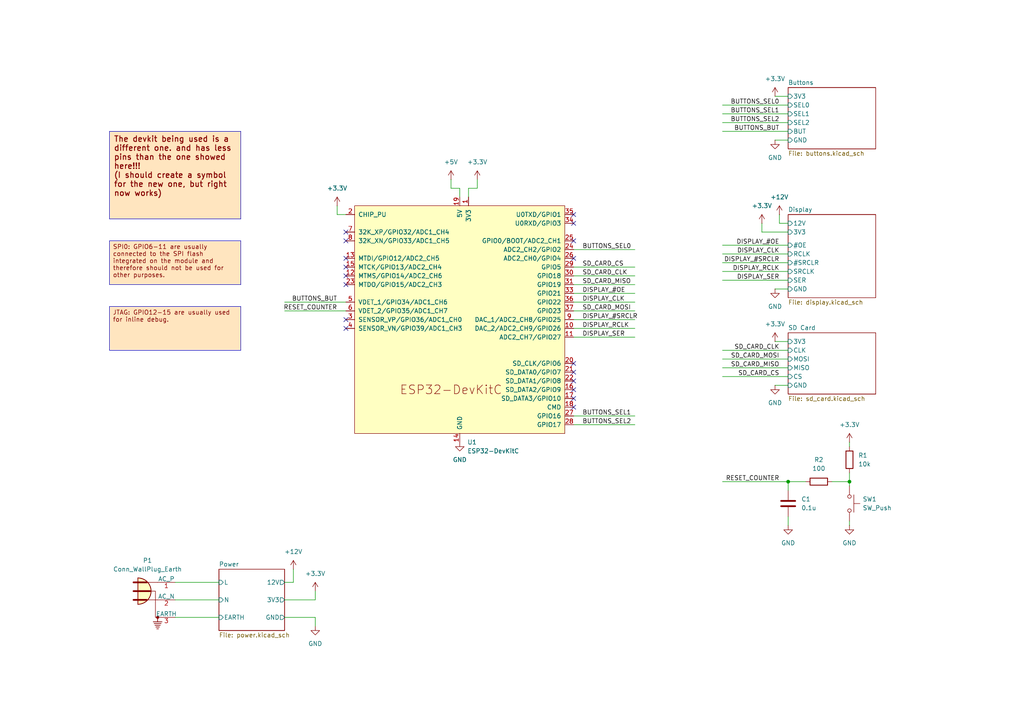
<source format=kicad_sch>
(kicad_sch (version 20231120) (generator "eeschema") (generator_version "8.0")
  (paper "A4")
  (title_block (title "Root") (date "2024-09-24") (rev "1.4") (company "Associació Cultural TGK") (comment 1 "Author: lluc"))
  (lib_symbols
    (symbol "Connector:Conn_WallPlug_Earth" (pin_names (offset 0))
      (property "Reference" "P" (at 0 3.81 0))
      (property "Value" "Conn_WallPlug_Earth" (at -5.08 0 90))
      (symbol "Conn_WallPlug_Earth_0_1"
        (arc (start -3.175 -3.81) (mid 0.6184 0) (end -3.175 3.81) (stroke (width 0.254)) (fill (type background)))
        (polyline (pts (xy -4.445 -2.54) (xy -0.635 -2.54)) (stroke (width 0.508)))
        (polyline (pts (xy -4.445 0) (xy 0.508 0)) (stroke (width 0.508)))
        (polyline (pts (xy -4.445 2.54) (xy -0.635 2.54)) (stroke (width 0.508)))
        (polyline (pts (xy -3.175 -3.81) (xy -3.175 3.81)) (stroke (width 0.254)))
        (polyline (pts (xy -0.635 -2.54) (xy 2.54 -2.54)))
        (polyline (pts (xy -0.635 2.54) (xy 2.54 2.54)))
        (polyline (pts (xy 1.524 -9.398) (xy 3.556 -9.398)) (stroke (width 0.2032)))
        (polyline (pts (xy 1.778 -9.906) (xy 3.302 -9.906)) (stroke (width 0.2032)))
        (polyline (pts (xy 2.032 -10.414) (xy 3.048 -10.414)) (stroke (width 0.2032)))
        (polyline (pts (xy 2.286 -10.922) (xy 2.794 -10.922)) (stroke (width 0.2032)))
        (polyline (pts (xy 2.54 -7.62) (xy 2.54 -8.89)) (stroke (width 0.2032)))
        (polyline (pts (xy 3.81 -8.89) (xy 1.27 -8.89)) (stroke (width 0.2032)))
        (polyline (pts (xy 2.54 -7.62) (xy 1.905 -7.62) (xy 1.905 0) (xy -4.445 0)))
        (circle (center 2.54 -7.62) (radius 0.3556) (fill (type outline)))
      )
      (symbol "Conn_WallPlug_Earth_1_1"
        (pin power_out line (at 7.62 2.54 180) (length 5.08) (name "AC_P") (number "1"))
        (pin power_out line (at 7.62 -2.54 180) (length 5.08) (name "AC_N") (number "2"))
        (pin passive line (at 7.62 -7.62 180) (length 5.08) (name "EARTH") (number "3"))
      )
    )
    (symbol "Device:C" (pin_numbers hide) (pin_names (offset 0.254))
      (property "Reference" "C" (at 0.635 2.54 0))
      (property "Value" "C" (at 0.635 -2.54 0))
      (symbol "C_0_1"
        (polyline (pts (xy -2.032 -0.762) (xy 2.032 -0.762)) (stroke (width 0.508)))
        (polyline (pts (xy -2.032 0.762) (xy 2.032 0.762)) (stroke (width 0.508)))
      )
      (symbol "C_1_1"
        (pin passive line (at 0 3.81 270) (length 2.794) (name "~") (number "1"))
        (pin passive line (at 0 -3.81 90) (length 2.794) (name "~") (number "2"))
      )
    )
    (symbol "Device:R" (pin_numbers hide) (pin_names (offset 0))
      (property "Reference" "R" (at 2.032 0 90))
      (property "Value" "R" (at 0 0 90))
      (symbol "R_0_1"
        (rectangle (start -1.016 -2.54) (end 1.016 2.54) (stroke (width 0.254)))
      )
      (symbol "R_1_1"
        (pin passive line (at 0 3.81 270) (length 1.27) (name "~") (number "1"))
        (pin passive line (at 0 -3.81 90) (length 1.27) (name "~") (number "2"))
      )
    )
    (symbol "PCM_Espressif:ESP32-DevKitC" (pin_names (offset 1.016))
      (property "Reference" "U" (at -30.48 38.1 0))
      (property "Value" "ESP32-DevKitC" (at -30.48 35.56 0))
      (symbol "ESP32-DevKitC_0_0"
        (text "ESP32-DevKitC" (at -2.54 -20.32 0) (effects (font (size 2.54 2.54))))
        (pin power_in line (at 0 -35.56 90) (length 2.54) (name "GND") (number "14"))
        (pin power_in line (at 0 35.56 270) (length 2.54) (name "5V") (number "19"))
      )
      (symbol "ESP32-DevKitC_0_1"
        (rectangle (start -30.48 33.02) (end 30.48 -33.02) (fill (type background)))
      )
      (symbol "ESP32-DevKitC_1_1"
        (pin power_in line (at 2.54 35.56 270) (length 2.54) (name "3V3") (number "1"))
        (pin bidirectional line (at 33.02 -2.54 180) (length 2.54) (name "DAC_2/ADC2_CH9/GPIO26") (number "10"))
        (pin bidirectional line (at 33.02 -5.08 180) (length 2.54) (name "ADC2_CH7/GPIO27") (number "11"))
        (pin bidirectional line (at -33.02 12.7 0) (length 2.54) (name "MTMS/GPIO14/ADC2_CH6") (number "12"))
        (pin bidirectional line (at -33.02 17.78 0) (length 2.54) (name "MTDI/GPIO12/ADC2_CH5") (number "13"))
        (pin bidirectional line (at -33.02 15.24 0) (length 2.54) (name "MTCK/GPIO13/ADC2_CH4") (number "15"))
        (pin bidirectional line (at 33.02 -20.32 180) (length 2.54) (name "SD_DATA2/GPIO9") (number "16"))
        (pin bidirectional line (at 33.02 -22.86 180) (length 2.54) (name "SD_DATA3/GPIO10") (number "17"))
        (pin bidirectional line (at 33.02 -25.4 180) (length 2.54) (name "CMD") (number "18"))
        (pin input line (at -33.02 30.48 0) (length 2.54) (name "CHIP_PU") (number "2"))
        (pin bidirectional line (at 33.02 -12.7 180) (length 2.54) (name "SD_CLK/GPIO6") (number "20"))
        (pin bidirectional line (at 33.02 -15.24 180) (length 2.54) (name "SD_DATA0/GPIO7") (number "21"))
        (pin bidirectional line (at 33.02 -17.78 180) (length 2.54) (name "SD_DATA1/GPIO8") (number "22"))
        (pin bidirectional line (at -33.02 10.16 0) (length 2.54) (name "MTDO/GPIO15/ADC2_CH3") (number "23"))
        (pin bidirectional line (at 33.02 20.32 180) (length 2.54) (name "ADC2_CH2/GPIO2") (number "24"))
        (pin bidirectional line (at 33.02 22.86 180) (length 2.54) (name "GPIO0/BOOT/ADC2_CH1") (number "25"))
        (pin bidirectional line (at 33.02 17.78 180) (length 2.54) (name "ADC2_CH0/GPIO4") (number "26"))
        (pin bidirectional line (at 33.02 -27.94 180) (length 2.54) (name "GPIO16") (number "27"))
        (pin bidirectional line (at 33.02 -30.48 180) (length 2.54) (name "GPIO17") (number "28"))
        (pin bidirectional line (at 33.02 15.24 180) (length 2.54) (name "GPIO5") (number "29"))
        (pin input line (at -33.02 0 0) (length 2.54) (name "SENSOR_VP/GPIO36/ADC1_CH0") (number "3"))
        (pin bidirectional line (at 33.02 12.7 180) (length 2.54) (name "GPIO18") (number "30"))
        (pin bidirectional line (at 33.02 10.16 180) (length 2.54) (name "GPIO19") (number "31"))
        (pin passive line (at 0 -35.56 90) (length 2.54) hide (name "GND") (number "32"))
        (pin bidirectional line (at 33.02 7.62 180) (length 2.54) (name "GPIO21") (number "33"))
        (pin bidirectional line (at 33.02 27.94 180) (length 2.54) (name "U0RXD/GPIO3") (number "34"))
        (pin bidirectional line (at 33.02 30.48 180) (length 2.54) (name "U0TXD/GPIO1") (number "35"))
        (pin bidirectional line (at 33.02 5.08 180) (length 2.54) (name "GPIO22") (number "36"))
        (pin bidirectional line (at 33.02 2.54 180) (length 2.54) (name "GPIO23") (number "37"))
        (pin passive line (at 0 -35.56 90) (length 2.54) hide (name "GND") (number "38"))
        (pin input line (at -33.02 -2.54 0) (length 2.54) (name "SENSOR_VN/GPIO39/ADC1_CH3") (number "4"))
        (pin input line (at -33.02 5.08 0) (length 2.54) (name "VDET_1/GPIO34/ADC1_CH6") (number "5"))
        (pin input line (at -33.02 2.54 0) (length 2.54) (name "VDET_2/GPIO35/ADC1_CH7") (number "6"))
        (pin bidirectional line (at -33.02 25.4 0) (length 2.54) (name "32K_XP/GPIO32/ADC1_CH4") (number "7"))
        (pin bidirectional line (at -33.02 22.86 0) (length 2.54) (name "32K_XN/GPIO33/ADC1_CH5") (number "8"))
        (pin bidirectional line (at 33.02 0 180) (length 2.54) (name "DAC_1/ADC2_CH8/GPIO25") (number "9"))
      )
    )
    (symbol "Switch:SW_Push" (pin_numbers hide) (pin_names (offset 1.016) hide)
      (property "Reference" "SW" (at 1.27 2.54 0))
      (property "Value" "SW_Push" (at 0 -1.524 0))
      (symbol "SW_Push_0_1"
        (circle (center -2.032 0) (radius 0.508))
        (polyline (pts (xy 0 1.27) (xy 0 3.048)))
        (polyline (pts (xy 2.54 1.27) (xy -2.54 1.27)))
        (circle (center 2.032 0) (radius 0.508))
        (pin passive line (at -5.08 0 0) (length 2.54) (name "1") (number "1"))
        (pin passive line (at 5.08 0 180) (length 2.54) (name "2") (number "2"))
      )
    )
    (symbol "power:+12V" (power) (pin_numbers hide) (pin_names (offset 0) hide)
      (property "Value" "+12V" (at 0 3.556 0))
      (symbol "+12V_0_1"
        (polyline (pts (xy -0.762 1.27) (xy 0 2.54)))
        (polyline (pts (xy 0 0) (xy 0 2.54)))
        (polyline (pts (xy 0 2.54) (xy 0.762 1.27)))
      )
      (symbol "+12V_1_1"
        (pin power_in line (at 0 0 90) (length 0) (name "~") (number "1"))
      )
    )
    (symbol "power:+3.3V" (power) (pin_numbers hide) (pin_names (offset 0) hide)
      (property "Value" "+3.3V" (at 0 3.556 0))
      (symbol "+3.3V_0_1"
        (polyline (pts (xy -0.762 1.27) (xy 0 2.54)))
        (polyline (pts (xy 0 0) (xy 0 2.54)))
        (polyline (pts (xy 0 2.54) (xy 0.762 1.27)))
      )
      (symbol "+3.3V_1_1"
        (pin power_in line (at 0 0 90) (length 0) (name "~") (number "1"))
      )
    )
    (symbol "power:+5V" (power) (pin_numbers hide) (pin_names (offset 0) hide)
      (property "Value" "+5V" (at 0 3.556 0))
      (symbol "+5V_0_1"
        (polyline (pts (xy -0.762 1.27) (xy 0 2.54)))
        (polyline (pts (xy 0 0) (xy 0 2.54)))
        (polyline (pts (xy 0 2.54) (xy 0.762 1.27)))
      )
      (symbol "+5V_1_1"
        (pin power_in line (at 0 0 90) (length 0) (name "~") (number "1"))
      )
    )
    (symbol "power:GND" (power) (pin_numbers hide) (pin_names (offset 0) hide)
      (property "Value" "GND" (at 0 -3.81 0))
      (symbol "GND_0_1"
        (polyline (pts (xy 0 0) (xy 0 -1.27) (xy 1.27 -1.27) (xy 0 -2.54) (xy -1.27 -1.27) (xy 0 -1.27)))
      )
      (symbol "GND_1_1"
        (pin power_in line (at 0 0 270) (length 0) (name "~") (number "1"))
      )
    )
  )
  (junction (at 246.38 139.7))
  (junction (at 228.6 139.7))
  (no_connect (at 100.33 92.71))
  (no_connect (at 100.33 82.55))
  (no_connect (at 100.33 77.47))
  (no_connect (at 100.33 67.31))
  (no_connect (at 166.37 118.11))
  (no_connect (at 100.33 95.25))
  (no_connect (at 166.37 110.49))
  (no_connect (at 100.33 80.01))
  (no_connect (at 166.37 69.85))
  (no_connect (at 166.37 113.03))
  (no_connect (at 166.37 115.57))
  (no_connect (at 100.33 69.85))
  (no_connect (at 166.37 105.41))
  (no_connect (at 100.33 74.93))
  (no_connect (at 166.37 107.95))
  (no_connect (at 166.37 64.77))
  (no_connect (at 166.37 74.93))
  (no_connect (at 166.37 62.23))
  (wire (pts (xy 209.55 30.48) (xy 228.6 30.48)))
  (wire (pts (xy 220.98 64.77) (xy 220.98 67.31)))
  (wire (pts (xy 226.06 64.77) (xy 228.6 64.77)))
  (wire (pts (xy 209.55 78.74) (xy 228.6 78.74)))
  (wire (pts (xy 209.55 35.56) (xy 228.6 35.56)))
  (wire (pts (xy 166.37 72.39) (xy 184.15 72.39)))
  (wire (pts (xy 166.37 120.65) (xy 184.15 120.65)))
  (wire (pts (xy 220.98 67.31) (xy 228.6 67.31)))
  (wire (pts (xy 133.35 54.61) (xy 130.81 54.61)))
  (wire (pts (xy 91.44 171.45) (xy 91.44 173.99)))
  (wire (pts (xy 228.6 27.94) (xy 224.79 27.94)))
  (wire (pts (xy 97.79 59.69) (xy 97.79 62.23)))
  (wire (pts (xy 166.37 97.79) (xy 184.15 97.79)))
  (wire (pts (xy 209.55 101.6) (xy 228.6 101.6)))
  (wire (pts (xy 166.37 87.63) (xy 184.15 87.63)))
  (wire (pts (xy 138.43 52.07) (xy 138.43 54.61)))
  (wire (pts (xy 82.55 168.91) (xy 85.09 168.91)))
  (wire (pts (xy 228.6 149.86) (xy 228.6 152.4)))
  (wire (pts (xy 228.6 99.06) (xy 224.79 99.06)))
  (wire (pts (xy 82.55 90.17) (xy 100.33 90.17)))
  (wire (pts (xy 50.8 168.91) (xy 63.5 168.91)))
  (wire (pts (xy 85.09 165.1) (xy 85.09 168.91)))
  (wire (pts (xy 228.6 83.82) (xy 224.79 83.82)))
  (wire (pts (xy 209.55 81.28) (xy 228.6 81.28)))
  (wire (pts (xy 166.37 123.19) (xy 184.15 123.19)))
  (wire (pts (xy 246.38 151.13) (xy 246.38 152.4)))
  (wire (pts (xy 50.8 179.07) (xy 63.5 179.07)))
  (wire (pts (xy 166.37 77.47) (xy 184.15 77.47)))
  (wire (pts (xy 209.55 104.14) (xy 228.6 104.14)))
  (wire (pts (xy 135.89 54.61) (xy 138.43 54.61)))
  (wire (pts (xy 246.38 137.16) (xy 246.38 139.7)))
  (wire (pts (xy 209.55 71.12) (xy 228.6 71.12)))
  (wire (pts (xy 246.38 128.27) (xy 246.38 129.54)))
  (wire (pts (xy 209.55 76.2) (xy 228.6 76.2)))
  (wire (pts (xy 166.37 85.09) (xy 184.15 85.09)))
  (wire (pts (xy 209.55 73.66) (xy 228.6 73.66)))
  (wire (pts (xy 209.55 33.02) (xy 228.6 33.02)))
  (wire (pts (xy 166.37 80.01) (xy 184.15 80.01)))
  (wire (pts (xy 135.89 57.15) (xy 135.89 54.61)))
  (wire (pts (xy 97.79 62.23) (xy 100.33 62.23)))
  (wire (pts (xy 82.55 173.99) (xy 91.44 173.99)))
  (wire (pts (xy 166.37 95.25) (xy 184.15 95.25)))
  (wire (pts (xy 209.55 139.7) (xy 228.6 139.7)))
  (wire (pts (xy 209.55 38.1) (xy 228.6 38.1)))
  (wire (pts (xy 166.37 92.71) (xy 184.15 92.71)))
  (wire (pts (xy 246.38 139.7) (xy 246.38 140.97)))
  (wire (pts (xy 228.6 139.7) (xy 228.6 142.24)))
  (wire (pts (xy 209.55 106.68) (xy 228.6 106.68)))
  (wire (pts (xy 133.35 57.15) (xy 133.35 54.61)))
  (wire (pts (xy 166.37 82.55) (xy 184.15 82.55)))
  (wire (pts (xy 241.3 139.7) (xy 246.38 139.7)))
  (wire (pts (xy 228.6 139.7) (xy 233.68 139.7)))
  (wire (pts (xy 209.55 109.22) (xy 228.6 109.22)))
  (wire (pts (xy 166.37 90.17) (xy 184.15 90.17)))
  (wire (pts (xy 82.55 179.07) (xy 91.44 179.07)))
  (wire (pts (xy 228.6 40.64) (xy 224.79 40.64)))
  (wire (pts (xy 82.55 87.63) (xy 100.33 87.63)))
  (wire (pts (xy 91.44 179.07) (xy 91.44 181.61)))
  (wire (pts (xy 50.8 173.99) (xy 63.5 173.99)))
  (wire (pts (xy 224.79 111.76) (xy 228.6 111.76)))
  (wire (pts (xy 130.81 52.07) (xy 130.81 54.61)))
  (wire (pts (xy 226.06 62.23) (xy 226.06 64.77)))
  (text_box "JTAG: GPIO12-15 are usually used for inline debug." (at 31.75 88.9 0) (size 38.1 12.7) (fill (type color) (color 255 229 191 1)) (effects (font (size 1.27 1.27)) (justify left top)))
  (text_box "The devkit being used is a different one. and has less pins than the one showed here!!!\n(I should create a symbol for the new one, but right now works)" (at 31.75 38.1 0) (size 38.1 25.4) (fill (type color) (color 255 229 191 1)) (effects (font (size 1.6256 1.6256) (thickness 0.254) (bold yes)) (justify left top)))
  (text_box "SPI0: GPIO6-11 are usually connected to the SPI flash integrated on the module and therefore should not be used for other purposes." (at 31.75 69.85 0) (size 38.1 12.7) (fill (type color) (color 255 229 191 1)) (effects (font (size 1.27 1.27)) (justify left top)))
  (label "SD_CARD_MOSI" (at 226.06 104.14 180))
  (label "SD_CARD_MISO" (at 226.06 106.68 180))
  (label "BUTTONS_SEL0" (at 226.06 30.48 180))
  (label "DISPLAY_RCLK" (at 168.91 95.25 0))
  (label "DISPLAY_CLK" (at 226.06 73.66 180))
  (label "DISPLAY_SER" (at 226.06 81.28 180))
  (label "RESET_COUNTER" (at 226.06 139.7 180))
  (label "SD_CARD_CS" (at 168.91 77.47 0))
  (label "DISPLAY_SER" (at 168.91 97.79 0))
  (label "BUTTONS_BUT" (at 97.79 87.63 180))
  (label "SD_CARD_CLK" (at 226.06 101.6 180))
  (label "DISPLAY_#SRCLR" (at 226.06 76.2 180))
  (label "RESET_COUNTER" (at 97.79 90.17 180))
  (label "SD_CARD_CS" (at 226.06 109.22 180))
  (label "BUTTONS_SEL2" (at 226.06 35.56 180))
  (label "SD_CARD_CLK" (at 168.91 80.01 0))
  (label "DISPLAY_#OE" (at 168.91 85.09 0))
  (label "SD_CARD_MISO" (at 168.91 82.55 0))
  (label "DISPLAY_CLK" (at 168.91 87.63 0))
  (label "BUTTONS_SEL1" (at 168.91 120.65 0))
  (label "BUTTONS_SEL2" (at 168.91 123.19 0))
  (label "BUTTONS_SEL1" (at 226.06 33.02 180))
  (label "SD_CARD_MOSI" (at 168.91 90.17 0))
  (label "DISPLAY_#OE" (at 226.06 71.12 180))
  (label "BUTTONS_BUT" (at 226.06 38.1 180))
  (label "BUTTONS_SEL0" (at 168.91 72.39 0))
  (label "DISPLAY_RCLK" (at 226.06 78.74 180))
  (label "DISPLAY_#SRCLR" (at 168.91 92.71 0))
  (symbol (lib_id "power:+12V") (at 85.09 165.1 0) (unit 1)
    (property "Reference" "#PWR015" (effects (hide yes)))
    (property "Value" "+12V" (at 85.09 160.02 0))
    (property "Description" "Power symbol creates a global label with name \"+12V\"" (effects (hide yes)))
  )
  (symbol (lib_id "power:GND") (at 224.79 111.76 0) (mirror y) (unit 1)
    (property "Reference" "#PWR010" (effects (hide yes)))
    (property "Value" "GND" (at 224.79 116.84 0))
    (property "Description" "Power symbol creates a global label with name \"GND\" , ground" (effects (hide yes)))
  )
  (symbol (lib_id "power:+3.3V") (at 138.43 52.07 0) (unit 1)
    (property "Reference" "#PWR04" (effects (hide yes)))
    (property "Value" "+3.3V" (at 138.43 46.99 0))
    (property "Description" "Power symbol creates a global label with name \"+3.3V\"" (effects (hide yes)))
  )
  (symbol (lib_id "power:+3.3V") (at 246.38 128.27 0) (mirror y) (unit 1)
    (property "Reference" "#PWR012" (effects (hide yes)))
    (property "Value" "+3.3V" (at 246.38 123.19 0))
    (property "Description" "Power symbol creates a global label with name \"+3.3V\"" (effects (hide yes)))
  )
  (symbol (lib_id "Device:C") (at 228.6 146.05 0) (unit 1)
    (property "Reference" "C1" (at 232.41 144.7799 0) (effects (justify left)))
    (property "Value" "0.1u" (at 232.41 147.3199 0) (effects (justify left)))
    (property "Description" "Unpolarized capacitor" (effects (hide yes)))
  )
  (symbol (lib_id "power:+3.3V") (at 220.98 64.77 0) (mirror y) (unit 1)
    (property "Reference" "#PWR07" (effects (hide yes)))
    (property "Value" "+3.3V" (at 220.98 59.69 0))
    (property "Description" "Power symbol creates a global label with name \"+3.3V\"" (effects (hide yes)))
  )
  (symbol (lib_id "power:+3.3V") (at 224.79 27.94 0) (mirror y) (unit 1)
    (property "Reference" "#PWR01" (effects (hide yes)))
    (property "Value" "+3.3V" (at 224.79 22.86 0))
    (property "Description" "Power symbol creates a global label with name \"+3.3V\"" (effects (hide yes)))
  )
  (symbol (lib_id "power:GND") (at 246.38 152.4 0) (mirror y) (unit 1)
    (property "Reference" "#PWR014" (effects (hide yes)))
    (property "Value" "GND" (at 246.38 157.48 0))
    (property "Description" "Power symbol creates a global label with name \"GND\" , ground" (effects (hide yes)))
  )
  (symbol (lib_id "Connector:Conn_WallPlug_Earth") (at 43.18 171.45 0) (unit 1)
    (property "Reference" "P1" (at 42.7863 162.56 0))
    (property "Value" "Conn_WallPlug_Earth" (at 42.7863 165.1 0))
    (property "Description" "3-pin general wall plug, with Earth wire (110VAC, 220VAC)" (effects (hide yes)))
  )
  (symbol (lib_id "power:GND") (at 224.79 40.64 0) (mirror y) (unit 1)
    (property "Reference" "#PWR02" (effects (hide yes)))
    (property "Value" "GND" (at 224.79 45.72 0))
    (property "Description" "Power symbol creates a global label with name \"GND\" , ground" (effects (hide yes)))
  )
  (symbol (lib_id "power:+5V") (at 130.81 52.07 0) (unit 1)
    (property "Reference" "#PWR03" (effects (hide yes)))
    (property "Value" "+5V" (at 130.81 46.99 0))
    (property "Description" "Power symbol creates a global label with name \"+5V\"" (effects (hide yes)))
  )
  (symbol (lib_id "Device:R") (at 237.49 139.7 90) (unit 1)
    (property "Reference" "R2" (at 237.49 133.35 90))
    (property "Value" "100" (at 237.49 135.89 90))
    (property "Description" "Resistor" (effects (hide yes)))
  )
  (symbol (lib_id "power:GND") (at 224.79 83.82 0) (mirror y) (unit 1)
    (property "Reference" "#PWR08" (effects (hide yes)))
    (property "Value" "GND" (at 224.79 88.9 0))
    (property "Description" "Power symbol creates a global label with name \"GND\" , ground" (effects (hide yes)))
  )
  (symbol (lib_id "PCM_Espressif:ESP32-DevKitC") (at 133.35 92.71 0) (unit 1)
    (property "Reference" "U1" (at 135.5441 128.27 0) (effects (justify left)))
    (property "Value" "ESP32-DevKitC" (at 135.5441 130.81 0) (effects (justify left)))
    (property "Footprint" "PCM_Espressif:ESP32-DevKitC" (effects (hide yes)))
    (property "Datasheet" "https://docs.espressif.com/projects/esp-idf/zh_CN/latest/esp32/hw-reference/esp32/get-started-devkitc.html" (effects (hide yes)))
    (property "Description" "Development Kit" (effects (hide yes)))
  )
  (symbol (lib_id "power:GND") (at 228.6 152.4 0) (mirror y) (unit 1)
    (property "Reference" "#PWR013" (effects (hide yes)))
    (property "Value" "GND" (at 228.6 157.48 0))
    (property "Description" "Power symbol creates a global label with name \"GND\" , ground" (effects (hide yes)))
  )
  (symbol (lib_id "power:+3.3V") (at 91.44 171.45 0) (unit 1)
    (property "Reference" "#PWR016" (effects (hide yes)))
    (property "Value" "+3.3V" (at 91.44 166.37 0))
    (property "Description" "Power symbol creates a global label with name \"+3.3V\"" (effects (hide yes)))
  )
  (symbol (lib_id "power:GND") (at 91.44 181.61 0) (unit 1)
    (property "Reference" "#PWR017" (effects (hide yes)))
    (property "Value" "GND" (at 91.44 186.69 0))
    (property "Description" "Power symbol creates a global label with name \"GND\" , ground" (effects (hide yes)))
  )
  (symbol (lib_id "power:+12V") (at 226.06 62.23 0) (unit 1)
    (property "Reference" "#PWR06" (effects (hide yes)))
    (property "Value" "+12V" (at 226.06 57.15 0))
    (property "Description" "Power symbol creates a global label with name \"+12V\"" (effects (hide yes)))
  )
  (symbol (lib_id "Device:R") (at 246.38 133.35 0) (unit 1)
    (property "Reference" "R1" (at 248.92 132.0799 0) (effects (justify left)))
    (property "Value" "10k" (at 248.92 134.6199 0) (effects (justify left)))
    (property "Description" "Resistor" (effects (hide yes)))
  )
  (symbol (lib_id "power:GND") (at 133.35 128.27 0) (unit 1)
    (property "Reference" "#PWR011" (effects (hide yes)))
    (property "Value" "GND" (at 133.35 133.35 0))
    (property "Description" "Power symbol creates a global label with name \"GND\" , ground" (effects (hide yes)))
  )
  (symbol (lib_id "power:+3.3V") (at 97.79 59.69 0) (unit 1)
    (property "Reference" "#PWR05" (effects (hide yes)))
    (property "Value" "+3.3V" (at 97.79 54.61 0))
    (property "Description" "Power symbol creates a global label with name \"+3.3V\"" (effects (hide yes)))
  )
  (symbol (lib_id "Switch:SW_Push") (at 246.38 146.05 270) (unit 1)
    (property "Reference" "SW1" (at 250.19 144.7799 90) (effects (justify left)))
    (property "Value" "SW_Push" (at 250.19 147.3199 90) (effects (justify left)))
    (property "Description" "Push button switch, generic, two pins" (effects (hide yes)))
  )
  (symbol (lib_id "power:+3.3V") (at 224.79 99.06 0) (mirror y) (unit 1)
    (property "Reference" "#PWR09" (effects (hide yes)))
    (property "Value" "+3.3V" (at 224.79 93.98 0))
    (property "Description" "Power symbol creates a global label with name \"+3.3V\"" (effects (hide yes)))
  )
  (sheet (at 228.6 62.23) (size 25.4 24.13) (stroke (width 0.1524))
    (property "Sheetname" "Display" (at 228.6 61.5184 0) (effects (justify left bottom)))
    (property "Sheetfile" "display.kicad_sch" (at 228.6 86.9446 0) (effects (justify left top)))
    (pin "#SRCLR" input (at 228.6 76.2 180))
    (pin "SRCLK" input (at 228.6 78.74 180))
    (pin "#OE" input (at 228.6 71.12 180))
    (pin "RCLK" input (at 228.6 73.66 180))
    (pin "SER" input (at 228.6 81.28 180))
    (pin "3V3" input (at 228.6 67.31 180))
    (pin "GND" input (at 228.6 83.82 180))
    (pin "12V" input (at 228.6 64.77 180))
  )
  (sheet (at 63.5 165.1) (size 19.05 17.78) (stroke (width 0.1524))
    (property "Sheetname" "Power" (at 63.5 164.3884 0) (effects (justify left bottom)))
    (property "Sheetfile" "power.kicad_sch" (at 63.5 183.4646 0) (effects (justify left top)))
    (pin "12V" output (at 82.55 168.91 0))
    (pin "GND" output (at 82.55 179.07 0))
    (pin "3V3" output (at 82.55 173.99 0))
    (pin "N" input (at 63.5 173.99 180))
    (pin "L" input (at 63.5 168.91 180))
    (pin "EARTH" input (at 63.5 179.07 180))
  )
  (sheet (at 228.6 96.52) (size 25.4 17.78) (stroke (width 0.1524))
    (property "Sheetname" "SD Card" (at 228.6 95.8084 0) (effects (justify left bottom)))
    (property "Sheetfile" "sd_card.kicad_sch" (at 228.6 114.8846 0) (effects (justify left top)))
    (pin "MISO" input (at 228.6 106.68 180))
    (pin "CLK" input (at 228.6 101.6 180))
    (pin "CS" input (at 228.6 109.22 180))
    (pin "GND" input (at 228.6 111.76 180))
    (pin "3V3" input (at 228.6 99.06 180))
    (pin "MOSI" input (at 228.6 104.14 180))
  )
  (sheet (at 228.6 25.4) (size 25.4 17.78) (stroke (width 0.1524))
    (property "Sheetname" "Buttons" (at 228.6 24.6884 0) (effects (justify left bottom)))
    (property "Sheetfile" "buttons.kicad_sch" (at 228.6 43.7646 0) (effects (justify left top)))
    (pin "BUT" input (at 228.6 38.1 180))
    (pin "SEL0" input (at 228.6 30.48 180))
    (pin "SEL1" input (at 228.6 33.02 180))
    (pin "SEL2" input (at 228.6 35.56 180))
    (pin "GND" input (at 228.6 40.64 180))
    (pin "3V3" input (at 228.6 27.94 180))
  )
)
</source>
